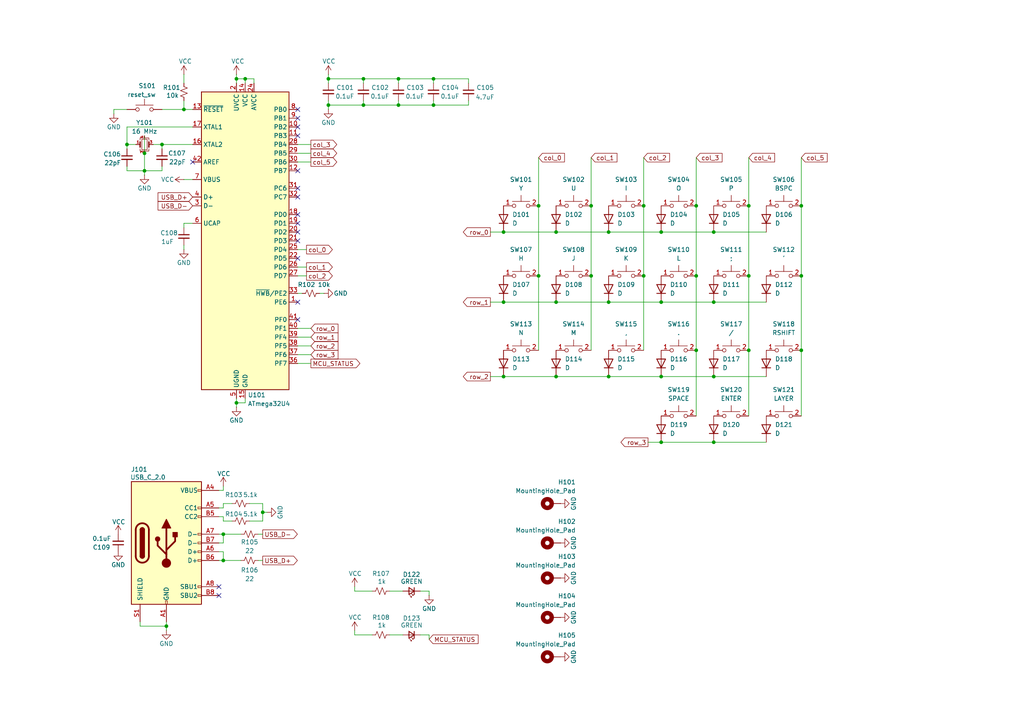
<source format=kicad_sch>
(kicad_sch (version 20231120) (generator "eeschema") (generator_version "8.0")
  (paper "A4")
  (lib_symbols
    (symbol "CherryMX:CherryMX" (pin_names (offset 0.254))
      (property "Reference" "SW" (at 2.54 3.175 0))
      (property "Value" "CherryMX" (at 0 -1.905 0))
      (symbol "CherryMX_1_1"
        (pin passive line (at -5.08 0 0) (length 2.54) (name "~") (number "1"))
        (pin passive line (at 5.08 0 180) (length 2.54) (name "~") (number "2"))
      )
    )
    (symbol "Connector:USB_C_Receptacle_USB2.0_16P" (pin_names (offset 1.016))
      (property "Reference" "J" (at 0 22.225 0))
      (property "Value" "USB_C_Receptacle_USB2.0_16P" (at 0 19.685 0))
      (symbol "USB_C_Receptacle_USB2.0_16P_1_1"
        (pin passive line (at 0 -22.86 90) (length 5.08) (name "GND") (number "A1"))
        (pin passive line (at 0 -22.86 90) (length 5.08) hide (name "GND") (number "A12"))
        (pin passive line (at 15.24 15.24 180) (length 5.08) (name "VBUS") (number "A4"))
        (pin bidirectional line (at 15.24 10.16 180) (length 5.08) (name "CC1") (number "A5"))
        (pin bidirectional line (at 15.24 -2.54 180) (length 5.08) (name "D+") (number "A6"))
        (pin bidirectional line (at 15.24 2.54 180) (length 5.08) (name "D-") (number "A7"))
        (pin bidirectional line (at 15.24 -12.7 180) (length 5.08) (name "SBU1") (number "A8"))
        (pin passive line (at 15.24 15.24 180) (length 5.08) hide (name "VBUS") (number "A9"))
        (pin passive line (at 0 -22.86 90) (length 5.08) hide (name "GND") (number "B1"))
        (pin passive line (at 0 -22.86 90) (length 5.08) hide (name "GND") (number "B12"))
        (pin passive line (at 15.24 15.24 180) (length 5.08) hide (name "VBUS") (number "B4"))
        (pin bidirectional line (at 15.24 7.62 180) (length 5.08) (name "CC2") (number "B5"))
        (pin bidirectional line (at 15.24 -5.08 180) (length 5.08) (name "D+") (number "B6"))
        (pin bidirectional line (at 15.24 0 180) (length 5.08) (name "D-") (number "B7"))
        (pin bidirectional line (at 15.24 -15.24 180) (length 5.08) (name "SBU2") (number "B8"))
        (pin passive line (at 15.24 15.24 180) (length 5.08) hide (name "VBUS") (number "B9"))
        (pin passive line (at -7.62 -22.86 90) (length 5.08) (name "SHIELD") (number "S1"))
      )
    )
    (symbol "Device:C_Small" (pin_numbers hide) (pin_names (offset 0.254) hide)
      (property "Reference" "C" (at 0.254 1.778 0))
      (property "Value" "C_Small" (at 0.254 -2.032 0))
      (symbol "C_Small_1_1"
        (pin passive line (at 0 2.54 270) (length 2.032) (name "~") (number "1"))
        (pin passive line (at 0 -2.54 90) (length 2.032) (name "~") (number "2"))
      )
    )
    (symbol "Device:Crystal_GND24_Small" (pin_names (offset 1.016) hide)
      (property "Reference" "Y" (at 1.27 4.445 0))
      (property "Value" "Crystal_GND24_Small" (at 1.27 2.54 0))
      (symbol "Crystal_GND24_Small_1_1"
        (pin passive line (at -2.54 0 0) (length 1.27) (name "1") (number "1"))
        (pin passive line (at 0 -2.54 90) (length 0.635) (name "2") (number "2"))
        (pin passive line (at 2.54 0 180) (length 1.27) (name "3") (number "3"))
        (pin passive line (at 0 2.54 270) (length 0.635) (name "4") (number "4"))
      )
    )
    (symbol "Device:D" (pin_numbers hide) (pin_names (offset 1.016) hide)
      (property "Reference" "D" (at 0 2.54 0))
      (property "Value" "D" (at 0 -2.54 0))
      (symbol "D_1_1"
        (pin passive line (at -3.81 0 0) (length 2.54) (name "K") (number "1"))
        (pin passive line (at 3.81 0 180) (length 2.54) (name "A") (number "2"))
      )
    )
    (symbol "Device:LED_Small" (pin_numbers hide) (pin_names (offset 0.254) hide)
      (property "Reference" "D" (at -1.27 3.175 0))
      (property "Value" "LED_Small" (at -4.445 -2.54 0))
      (symbol "LED_Small_1_1"
        (pin passive line (at -2.54 0 0) (length 1.778) (name "K") (number "1"))
        (pin passive line (at 2.54 0 180) (length 1.778) (name "A") (number "2"))
      )
    )
    (symbol "Device:R_Small_US" (pin_numbers hide) (pin_names (offset 0.254) hide)
      (property "Reference" "R" (at 0.762 0.508 0))
      (property "Value" "R_Small_US" (at 0.762 -1.016 0))
      (symbol "R_Small_US_1_1"
        (pin passive line (at 0 2.54 270) (length 1.016) (name "~") (number "1"))
        (pin passive line (at 0 -2.54 90) (length 1.016) (name "~") (number "2"))
      )
    )
    (symbol "MCU_Microchip_ATmega:ATmega32U4-A"
      (property "Reference" "U" (at -12.7 44.45 0))
      (property "Value" "ATmega32U4-A" (at 2.54 -44.45 0))
      (symbol "ATmega32U4-A_1_1"
        (pin bidirectional line (at 15.24 -17.78 180) (length 2.54) (name "PE6") (number "1"))
        (pin bidirectional line (at 15.24 33.02 180) (length 2.54) (name "PB2") (number "10"))
        (pin bidirectional line (at 15.24 30.48 180) (length 2.54) (name "PB3") (number "11"))
        (pin bidirectional line (at 15.24 20.32 180) (length 2.54) (name "PB7") (number "12"))
        (pin input line (at -15.24 38.1 0) (length 2.54) (name "~{RESET}") (number "13"))
        (pin power_in line (at 0 45.72 270) (length 2.54) (name "VCC") (number "14"))
        (pin power_in line (at 0 -45.72 90) (length 2.54) (name "GND") (number "15"))
        (pin output line (at -15.24 27.94 0) (length 2.54) (name "XTAL2") (number "16"))
        (pin input line (at -15.24 33.02 0) (length 2.54) (name "XTAL1") (number "17"))
        (pin bidirectional line (at 15.24 7.62 180) (length 2.54) (name "PD0") (number "18"))
        (pin bidirectional line (at 15.24 5.08 180) (length 2.54) (name "PD1") (number "19"))
        (pin power_in line (at -2.54 45.72 270) (length 2.54) (name "UVCC") (number "2"))
        (pin bidirectional line (at 15.24 2.54 180) (length 2.54) (name "PD2") (number "20"))
        (pin bidirectional line (at 15.24 0 180) (length 2.54) (name "PD3") (number "21"))
        (pin bidirectional line (at 15.24 -5.08 180) (length 2.54) (name "PD5") (number "22"))
        (pin passive line (at 0 -45.72 90) (length 2.54) hide (name "GND") (number "23"))
        (pin power_in line (at 2.54 45.72 270) (length 2.54) (name "AVCC") (number "24"))
        (pin bidirectional line (at 15.24 -2.54 180) (length 2.54) (name "PD4") (number "25"))
        (pin bidirectional line (at 15.24 -7.62 180) (length 2.54) (name "PD6") (number "26"))
        (pin bidirectional line (at 15.24 -10.16 180) (length 2.54) (name "PD7") (number "27"))
        (pin bidirectional line (at 15.24 27.94 180) (length 2.54) (name "PB4") (number "28"))
        (pin bidirectional line (at 15.24 25.4 180) (length 2.54) (name "PB5") (number "29"))
        (pin bidirectional line (at -15.24 10.16 0) (length 2.54) (name "D-") (number "3"))
        (pin bidirectional line (at 15.24 22.86 180) (length 2.54) (name "PB6") (number "30"))
        (pin bidirectional line (at 15.24 15.24 180) (length 2.54) (name "PC6") (number "31"))
        (pin bidirectional line (at 15.24 12.7 180) (length 2.54) (name "PC7") (number "32"))
        (pin bidirectional line (at 15.24 -15.24 180) (length 2.54) (name "~{HWB}/PE2") (number "33"))
        (pin passive line (at 0 45.72 270) (length 2.54) hide (name "VCC") (number "34"))
        (pin passive line (at 0 -45.72 90) (length 2.54) hide (name "GND") (number "35"))
        (pin bidirectional line (at 15.24 -35.56 180) (length 2.54) (name "PF7") (number "36"))
        (pin bidirectional line (at 15.24 -33.02 180) (length 2.54) (name "PF6") (number "37"))
        (pin bidirectional line (at 15.24 -30.48 180) (length 2.54) (name "PF5") (number "38"))
        (pin bidirectional line (at 15.24 -27.94 180) (length 2.54) (name "PF4") (number "39"))
        (pin bidirectional line (at -15.24 12.7 0) (length 2.54) (name "D+") (number "4"))
        (pin bidirectional line (at 15.24 -25.4 180) (length 2.54) (name "PF1") (number "40"))
        (pin bidirectional line (at 15.24 -22.86 180) (length 2.54) (name "PF0") (number "41"))
        (pin passive line (at -15.24 22.86 0) (length 2.54) (name "AREF") (number "42"))
        (pin passive line (at 0 -45.72 90) (length 2.54) hide (name "GND") (number "43"))
        (pin passive line (at 2.54 45.72 270) (length 2.54) hide (name "AVCC") (number "44"))
        (pin passive line (at -2.54 -45.72 90) (length 2.54) (name "UGND") (number "5"))
        (pin passive line (at -15.24 5.08 0) (length 2.54) (name "UCAP") (number "6"))
        (pin input line (at -15.24 17.78 0) (length 2.54) (name "VBUS") (number "7"))
        (pin bidirectional line (at 15.24 38.1 180) (length 2.54) (name "PB0") (number "8"))
        (pin bidirectional line (at 15.24 35.56 180) (length 2.54) (name "PB1") (number "9"))
      )
    )
    (symbol "Mechanical:MountingHole_Pad" (pin_numbers hide) (pin_names (offset 1.016) hide)
      (property "Reference" "H" (at 0 6.35 0))
      (property "Value" "MountingHole_Pad" (at 0 4.445 0))
      (symbol "MountingHole_Pad_1_1"
        (pin input line (at 0 -2.54 90) (length 2.54) (name "1") (number "1"))
      )
    )
    (symbol "Switch:SW_Push" (pin_numbers hide) (pin_names (offset 1.016) hide)
      (property "Reference" "SW" (at 1.27 2.54 0))
      (property "Value" "SW_Push" (at 0 -1.524 0))
      (symbol "SW_Push_0_1"
        (pin passive line (at -5.08 0 0) (length 2.54) (name "1") (number "1"))
        (pin passive line (at 5.08 0 180) (length 2.54) (name "2") (number "2"))
      )
    )
    (symbol "power:GND" (power) (pin_numbers hide) (pin_names (offset 0) hide)
      (property "Value" "GND" (at 0 -3.81 0))
      (symbol "GND_1_1"
        (pin power_in line (at 0 0 270) (length 0) (name "~") (number "1"))
      )
    )
    (symbol "power:VCC" (power) (pin_numbers hide) (pin_names (offset 0) hide)
      (property "Value" "VCC" (at 0 3.556 0))
      (symbol "VCC_1_1"
        (pin power_in line (at 0 0 90) (length 0) (name "~") (number "1"))
      )
    )
  )
  (junction (at 207.01 128.27))
  (junction (at 191.77 109.22))
  (junction (at 68.58 116.84))
  (junction (at 125.73 30.48))
  (junction (at 68.58 22.86))
  (junction (at 207.01 109.22))
  (junction (at 186.69 80.01))
  (junction (at 201.93 101.6))
  (junction (at 95.25 30.48))
  (junction (at 105.41 30.48))
  (junction (at 161.29 87.63))
  (junction (at 217.17 80.01))
  (junction (at 156.21 80.01))
  (junction (at 64.77 154.94))
  (junction (at 232.41 80.01))
  (junction (at 176.53 87.63))
  (junction (at 146.05 87.63))
  (junction (at 201.93 59.69))
  (junction (at 64.77 162.56))
  (junction (at 115.57 22.86))
  (junction (at 41.91 44.45))
  (junction (at 71.12 22.86))
  (junction (at 207.01 87.63))
  (junction (at 105.41 22.86))
  (junction (at 95.25 22.86))
  (junction (at 46.99 41.91))
  (junction (at 176.53 67.31))
  (junction (at 171.45 59.69))
  (junction (at 115.57 30.48))
  (junction (at 207.01 67.31))
  (junction (at 36.83 41.91))
  (junction (at 146.05 67.31))
  (junction (at 217.17 101.6))
  (junction (at 161.29 109.22))
  (junction (at 156.21 59.69))
  (junction (at 186.69 59.69))
  (junction (at 201.93 80.01))
  (junction (at 176.53 109.22))
  (junction (at 171.45 80.01))
  (junction (at 53.34 31.75))
  (junction (at 76.2 148.59))
  (junction (at 232.41 101.6))
  (junction (at 41.91 49.53))
  (junction (at 161.29 67.31))
  (junction (at 146.05 109.22))
  (junction (at 125.73 22.86))
  (junction (at 48.26 181.61))
  (junction (at 191.77 128.27))
  (junction (at 191.77 87.63))
  (junction (at 232.41 59.69))
  (junction (at 191.77 67.31))
  (junction (at 217.17 59.69))
  (no_connect (at 86.36 57.15))
  (no_connect (at 86.36 87.63))
  (no_connect (at 86.36 92.71))
  (no_connect (at 86.36 62.23))
  (no_connect (at 86.36 39.37))
  (no_connect (at 86.36 67.31))
  (no_connect (at 63.5 170.18))
  (no_connect (at 86.36 36.83))
  (no_connect (at 55.88 46.99))
  (no_connect (at 86.36 69.85))
  (no_connect (at 86.36 54.61))
  (no_connect (at 86.36 74.93))
  (no_connect (at 86.36 64.77))
  (no_connect (at 86.36 34.29))
  (no_connect (at 86.36 31.75))
  (no_connect (at 63.5 172.72))
  (no_connect (at 86.36 49.53))
  (wire (pts (xy 73.66 22.86) (xy 73.66 24.13)))
  (wire (pts (xy 53.34 29.21) (xy 53.34 31.75)))
  (wire (pts (xy 135.89 30.48) (xy 135.89 29.21)))
  (wire (pts (xy 217.17 45.72) (xy 217.17 59.69)))
  (wire (pts (xy 124.46 171.45) (xy 124.46 172.72)))
  (wire (pts (xy 186.69 80.01) (xy 186.69 101.6)))
  (wire (pts (xy 171.45 45.72) (xy 171.45 59.69)))
  (wire (pts (xy 63.5 160.02) (xy 64.77 160.02)))
  (wire (pts (xy 161.29 67.31) (xy 176.53 67.31)))
  (wire (pts (xy 207.01 67.31) (xy 222.25 67.31)))
  (wire (pts (xy 125.73 22.86) (xy 135.89 22.86)))
  (wire (pts (xy 115.57 29.21) (xy 115.57 30.48)))
  (wire (pts (xy 105.41 22.86) (xy 105.41 24.13)))
  (wire (pts (xy 176.53 109.22) (xy 191.77 109.22)))
  (wire (pts (xy 95.25 21.59) (xy 95.25 22.86)))
  (wire (pts (xy 105.41 29.21) (xy 105.41 30.48)))
  (wire (pts (xy 125.73 29.21) (xy 125.73 30.48)))
  (wire (pts (xy 121.92 184.15) (xy 124.46 184.15)))
  (wire (pts (xy 191.77 67.31) (xy 207.01 67.31)))
  (wire (pts (xy 191.77 87.63) (xy 207.01 87.63)))
  (wire (pts (xy 44.45 41.91) (xy 46.99 41.91)))
  (wire (pts (xy 191.77 109.22) (xy 207.01 109.22)))
  (wire (pts (xy 76.2 148.59) (xy 77.47 148.59)))
  (wire (pts (xy 95.25 30.48) (xy 95.25 31.75)))
  (wire (pts (xy 156.21 45.72) (xy 156.21 59.69)))
  (wire (pts (xy 36.83 43.18) (xy 36.83 41.91)))
  (wire (pts (xy 53.34 31.75) (xy 55.88 31.75)))
  (wire (pts (xy 90.17 102.87) (xy 86.36 102.87)))
  (wire (pts (xy 232.41 45.72) (xy 232.41 59.69)))
  (wire (pts (xy 64.77 162.56) (xy 64.77 160.02)))
  (wire (pts (xy 74.93 154.94) (xy 76.2 154.94)))
  (wire (pts (xy 74.93 162.56) (xy 76.2 162.56)))
  (wire (pts (xy 63.5 142.24) (xy 64.77 142.24)))
  (wire (pts (xy 93.98 85.09) (xy 92.71 85.09)))
  (wire (pts (xy 41.91 49.53) (xy 46.99 49.53)))
  (wire (pts (xy 146.05 109.22) (xy 161.29 109.22)))
  (wire (pts (xy 36.83 36.83) (xy 36.83 41.91)))
  (wire (pts (xy 161.29 109.22) (xy 176.53 109.22)))
  (wire (pts (xy 36.83 48.26) (xy 36.83 49.53)))
  (wire (pts (xy 142.24 87.63) (xy 146.05 87.63)))
  (wire (pts (xy 71.12 22.86) (xy 73.66 22.86)))
  (wire (pts (xy 95.25 22.86) (xy 105.41 22.86)))
  (wire (pts (xy 40.64 181.61) (xy 48.26 181.61)))
  (wire (pts (xy 201.93 101.6) (xy 201.93 120.65)))
  (wire (pts (xy 36.83 41.91) (xy 39.37 41.91)))
  (wire (pts (xy 95.25 29.21) (xy 95.25 30.48)))
  (wire (pts (xy 53.34 71.12) (xy 53.34 72.39)))
  (wire (pts (xy 232.41 101.6) (xy 232.41 120.65)))
  (wire (pts (xy 115.57 22.86) (xy 125.73 22.86)))
  (wire (pts (xy 191.77 128.27) (xy 207.01 128.27)))
  (wire (pts (xy 64.77 142.24) (xy 64.77 140.97)))
  (wire (pts (xy 142.24 67.31) (xy 146.05 67.31)))
  (wire (pts (xy 63.5 154.94) (xy 64.77 154.94)))
  (wire (pts (xy 115.57 30.48) (xy 125.73 30.48)))
  (wire (pts (xy 161.29 87.63) (xy 176.53 87.63)))
  (wire (pts (xy 116.84 171.45) (xy 113.03 171.45)))
  (wire (pts (xy 71.12 22.86) (xy 71.12 24.13)))
  (wire (pts (xy 76.2 146.05) (xy 76.2 148.59)))
  (wire (pts (xy 46.99 48.26) (xy 46.99 49.53)))
  (wire (pts (xy 68.58 115.57) (xy 68.58 116.84)))
  (wire (pts (xy 217.17 101.6) (xy 217.17 120.65)))
  (wire (pts (xy 90.17 105.41) (xy 86.36 105.41)))
  (wire (pts (xy 232.41 80.01) (xy 232.41 101.6)))
  (wire (pts (xy 176.53 67.31) (xy 191.77 67.31)))
  (wire (pts (xy 90.17 97.79) (xy 86.36 97.79)))
  (wire (pts (xy 36.83 36.83) (xy 55.88 36.83)))
  (wire (pts (xy 64.77 154.94) (xy 69.85 154.94)))
  (wire (pts (xy 36.83 31.75) (xy 33.02 31.75)))
  (wire (pts (xy 125.73 22.86) (xy 125.73 24.13)))
  (wire (pts (xy 187.96 128.27) (xy 191.77 128.27)))
  (wire (pts (xy 53.34 21.59) (xy 53.34 24.13)))
  (wire (pts (xy 68.58 116.84) (xy 68.58 118.11)))
  (wire (pts (xy 116.84 184.15) (xy 113.03 184.15)))
  (wire (pts (xy 33.02 31.75) (xy 33.02 33.02)))
  (wire (pts (xy 156.21 59.69) (xy 156.21 80.01)))
  (wire (pts (xy 55.88 64.77) (xy 53.34 64.77)))
  (wire (pts (xy 46.99 41.91) (xy 46.99 43.18)))
  (wire (pts (xy 201.93 80.01) (xy 201.93 101.6)))
  (wire (pts (xy 146.05 67.31) (xy 161.29 67.31)))
  (wire (pts (xy 63.5 147.32) (xy 64.77 147.32)))
  (wire (pts (xy 171.45 80.01) (xy 171.45 101.6)))
  (wire (pts (xy 72.39 151.13) (xy 76.2 151.13)))
  (wire (pts (xy 90.17 95.25) (xy 86.36 95.25)))
  (wire (pts (xy 64.77 146.05) (xy 67.31 146.05)))
  (wire (pts (xy 36.83 49.53) (xy 41.91 49.53)))
  (wire (pts (xy 201.93 45.72) (xy 201.93 59.69)))
  (wire (pts (xy 121.92 171.45) (xy 124.46 171.45)))
  (wire (pts (xy 71.12 116.84) (xy 71.12 115.57)))
  (wire (pts (xy 41.91 39.37) (xy 41.91 44.45)))
  (wire (pts (xy 186.69 45.72) (xy 186.69 59.69)))
  (wire (pts (xy 63.5 157.48) (xy 64.77 157.48)))
  (wire (pts (xy 201.93 59.69) (xy 201.93 80.01)))
  (wire (pts (xy 64.77 151.13) (xy 67.31 151.13)))
  (wire (pts (xy 156.21 80.01) (xy 156.21 101.6)))
  (wire (pts (xy 115.57 22.86) (xy 115.57 24.13)))
  (wire (pts (xy 90.17 100.33) (xy 86.36 100.33)))
  (wire (pts (xy 102.87 184.15) (xy 102.87 182.88)))
  (wire (pts (xy 48.26 181.61) (xy 48.26 182.88)))
  (wire (pts (xy 40.64 180.34) (xy 40.64 181.61)))
  (wire (pts (xy 142.24 109.22) (xy 146.05 109.22)))
  (wire (pts (xy 171.45 59.69) (xy 171.45 80.01)))
  (wire (pts (xy 64.77 149.86) (xy 64.77 151.13)))
  (wire (pts (xy 76.2 146.05) (xy 72.39 146.05)))
  (wire (pts (xy 90.17 46.99) (xy 86.36 46.99)))
  (wire (pts (xy 207.01 128.27) (xy 222.25 128.27)))
  (wire (pts (xy 46.99 31.75) (xy 53.34 31.75)))
  (wire (pts (xy 217.17 59.69) (xy 217.17 80.01)))
  (wire (pts (xy 63.5 162.56) (xy 64.77 162.56)))
  (wire (pts (xy 53.34 64.77) (xy 53.34 66.04)))
  (wire (pts (xy 186.69 59.69) (xy 186.69 80.01)))
  (wire (pts (xy 125.73 30.48) (xy 135.89 30.48)))
  (wire (pts (xy 68.58 22.86) (xy 68.58 24.13)))
  (wire (pts (xy 90.17 44.45) (xy 86.36 44.45)))
  (wire (pts (xy 41.91 44.45) (xy 41.91 49.53)))
  (wire (pts (xy 87.63 85.09) (xy 86.36 85.09)))
  (wire (pts (xy 88.9 77.47) (xy 86.36 77.47)))
  (wire (pts (xy 88.9 72.39) (xy 86.36 72.39)))
  (wire (pts (xy 124.46 184.15) (xy 124.46 185.42)))
  (wire (pts (xy 88.9 80.01) (xy 86.36 80.01)))
  (wire (pts (xy 64.77 157.48) (xy 64.77 154.94)))
  (wire (pts (xy 76.2 148.59) (xy 76.2 151.13)))
  (wire (pts (xy 68.58 22.86) (xy 68.58 21.59)))
  (wire (pts (xy 102.87 184.15) (xy 107.95 184.15)))
  (wire (pts (xy 48.26 181.61) (xy 48.26 180.34)))
  (wire (pts (xy 146.05 87.63) (xy 161.29 87.63)))
  (wire (pts (xy 95.25 30.48) (xy 105.41 30.48)))
  (wire (pts (xy 207.01 87.63) (xy 222.25 87.63)))
  (wire (pts (xy 68.58 22.86) (xy 71.12 22.86)))
  (wire (pts (xy 207.01 109.22) (xy 222.25 109.22)))
  (wire (pts (xy 105.41 30.48) (xy 115.57 30.48)))
  (wire (pts (xy 68.58 116.84) (xy 71.12 116.84)))
  (wire (pts (xy 53.34 52.07) (xy 55.88 52.07)))
  (wire (pts (xy 41.91 49.53) (xy 41.91 50.8)))
  (wire (pts (xy 102.87 171.45) (xy 102.87 170.18)))
  (wire (pts (xy 46.99 41.91) (xy 55.88 41.91)))
  (wire (pts (xy 135.89 22.86) (xy 135.89 24.13)))
  (wire (pts (xy 102.87 171.45) (xy 107.95 171.45)))
  (wire (pts (xy 64.77 162.56) (xy 69.85 162.56)))
  (wire (pts (xy 90.17 41.91) (xy 86.36 41.91)))
  (wire (pts (xy 176.53 87.63) (xy 191.77 87.63)))
  (wire (pts (xy 217.17 80.01) (xy 217.17 101.6)))
  (wire (pts (xy 105.41 22.86) (xy 115.57 22.86)))
  (wire (pts (xy 63.5 149.86) (xy 64.77 149.86)))
  (wire (pts (xy 232.41 59.69) (xy 232.41 80.01)))
  (wire (pts (xy 95.25 24.13) (xy 95.25 22.86)))
  (wire (pts (xy 64.77 147.32) (xy 64.77 146.05)))
  (global_label "row_1" (shape input) (at 90.17 97.79 0) (property "Intersheetrefs" "${INTERSHEET_REFS}" (effects (hide yes))))
  (global_label "USB_D+" (shape output) (at 76.2 162.56 0) (property "Intersheetrefs" "${INTERSHEET_REFS}" (effects (hide yes))))
  (global_label "USB_D-" (shape output) (at 76.2 154.94 0) (property "Intersheetrefs" "${INTERSHEET_REFS}" (effects (hide yes))))
  (global_label "col_4" (shape output) (at 90.17 44.45 0) (property "Intersheetrefs" "${INTERSHEET_REFS}" (effects (hide yes))))
  (global_label "col_2" (shape input) (at 186.69 45.72 0) (property "Intersheetrefs" "${INTERSHEET_REFS}" (effects (hide yes))))
  (global_label "MCU_STATUS" (shape output) (at 90.17 105.41 0) (property "Intersheetrefs" "${INTERSHEET_REFS}" (effects (hide yes))))
  (global_label "row_3" (shape output) (at 187.96 128.27 180) (property "Intersheetrefs" "${INTERSHEET_REFS}" (effects (hide yes))))
  (global_label "USB_D-" (shape input) (at 55.88 59.69 180) (property "Intersheetrefs" "${INTERSHEET_REFS}" (effects (hide yes))))
  (global_label "col_3" (shape input) (at 201.93 45.72 0) (property "Intersheetrefs" "${INTERSHEET_REFS}" (effects (hide yes))))
  (global_label "row_0" (shape input) (at 90.17 95.25 0) (property "Intersheetrefs" "${INTERSHEET_REFS}" (effects (hide yes))))
  (global_label "row_2" (shape output) (at 142.24 109.22 180) (property "Intersheetrefs" "${INTERSHEET_REFS}" (effects (hide yes))))
  (global_label "col_4" (shape input) (at 217.17 45.72 0) (property "Intersheetrefs" "${INTERSHEET_REFS}" (effects (hide yes))))
  (global_label "col_2" (shape output) (at 88.9 80.01 0) (property "Intersheetrefs" "${INTERSHEET_REFS}" (effects (hide yes))))
  (global_label "col_1" (shape output) (at 88.9 77.47 0) (property "Intersheetrefs" "${INTERSHEET_REFS}" (effects (hide yes))))
  (global_label "col_0" (shape output) (at 88.9 72.39 0) (property "Intersheetrefs" "${INTERSHEET_REFS}" (effects (hide yes))))
  (global_label "col_3" (shape output) (at 90.17 41.91 0) (property "Intersheetrefs" "${INTERSHEET_REFS}" (effects (hide yes))))
  (global_label "row_1" (shape output) (at 142.24 87.63 180) (property "Intersheetrefs" "${INTERSHEET_REFS}" (effects (hide yes))))
  (global_label "col_5" (shape input) (at 232.41 45.72 0) (property "Intersheetrefs" "${INTERSHEET_REFS}" (effects (hide yes))))
  (global_label "USB_D+" (shape input) (at 55.88 57.15 180) (property "Intersheetrefs" "${INTERSHEET_REFS}" (effects (hide yes))))
  (global_label "MCU_STATUS" (shape input) (at 124.46 185.42 0) (property "Intersheetrefs" "${INTERSHEET_REFS}" (effects (hide yes))))
  (global_label "row_3" (shape input) (at 90.17 102.87 0) (property "Intersheetrefs" "${INTERSHEET_REFS}" (effects (hide yes))))
  (global_label "row_2" (shape input) (at 90.17 100.33 0) (property "Intersheetrefs" "${INTERSHEET_REFS}" (effects (hide yes))))
  (global_label "col_5" (shape output) (at 90.17 46.99 0) (property "Intersheetrefs" "${INTERSHEET_REFS}" (effects (hide yes))))
  (global_label "col_1" (shape input) (at 171.45 45.72 0) (property "Intersheetrefs" "${INTERSHEET_REFS}" (effects (hide yes))))
  (global_label "col_0" (shape input) (at 156.21 45.72 0) (property "Intersheetrefs" "${INTERSHEET_REFS}" (effects (hide yes))))
  (global_label "row_0" (shape output) (at 142.24 67.31 180) (property "Intersheetrefs" "${INTERSHEET_REFS}" (effects (hide yes))))
  (symbol (lib_id "power:GND") (at 48.26 182.88 0) (unit 1)
    (property "Reference" "#PWR0121" (effects (hide yes)))
    (property "Value" "GND" (at 48.26 186.69 0))
    (property "Description" "Power symbol creates a global label with name \"GND\" , ground" (effects (hide yes)))
  )
  (symbol (lib_id "Device:LED_Small") (at 119.38 184.15 180) (unit 1)
    (property "Reference" "D123" (at 119.38 179.324 0))
    (property "Value" "GREEN" (at 119.38 181.356 0))
    (property "Footprint" "LED_SMD:LED_0603_1608Metric" (effects (hide yes)))
    (property "Description" "Light emitting diode, small symbol" (effects (hide yes)))
  )
  (symbol (lib_id "power:GND") (at 34.29 160.02 0) (unit 1)
    (property "Reference" "#PWR0116" (effects (hide yes)))
    (property "Value" "GND" (at 34.29 163.83 0))
    (property "Description" "Power symbol creates a global label with name \"GND\" , ground" (effects (hide yes)))
  )
  (symbol (lib_id "power:GND") (at 33.02 33.02 0) (unit 1)
    (property "Reference" "#PWR0105" (effects (hide yes)))
    (property "Value" "GND" (at 33.02 36.83 0))
    (property "Description" "Power symbol creates a global label with name \"GND\" , ground" (effects (hide yes)))
  )
  (symbol (lib_id "MCU_Microchip_ATmega:ATmega32U4-A") (at 71.12 69.85 0) (unit 1)
    (property "Reference" "U101" (at 71.882 114.554 0) (effects (justify left)))
    (property "Value" "ATmega32U4" (at 71.882 117.094 0) (effects (justify left)))
    (property "Footprint" "Package_QFP:TQFP-44_10x10mm_P0.8mm" (effects (hide yes)))
    (property "Datasheet" "http://ww1.microchip.com/downloads/en/DeviceDoc/Atmel-7766-8-bit-AVR-ATmega16U4-32U4_Datasheet.pdf" (effects (hide yes)))
    (property "Description" "16MHz, 32kB Flash, 2.5kB SRAM, 1kB EEPROM, USB 2.0, TQFP-44" (effects (hide yes)))
  )
  (symbol (lib_id "power:VCC") (at 34.29 154.94 0) (unit 1)
    (property "Reference" "#PWR0114" (effects (hide yes)))
    (property "Value" "VCC" (at 32.512 151.384 0) (effects (justify left)))
    (property "Description" "Power symbol creates a global label with name \"VCC\"" (effects (hide yes)))
  )
  (symbol (lib_id "Device:D") (at 222.25 124.46 90) (unit 1)
    (property "Reference" "D121" (at 224.79 123.1899 90) (effects (justify right)))
    (property "Value" "D" (at 224.79 125.7299 90) (effects (justify right)))
    (property "Footprint" "Diode_SMD:D_0603_1608Metric" (effects (hide yes)))
    (property "Description" "Diode" (effects (hide yes)))
    (property "Sim.Device" "D" (effects (hide yes)))
    (property "Sim.Pins" "1=K 2=A" (effects (hide yes)))
  )
  (symbol (lib_id "Device:D") (at 161.29 105.41 90) (unit 1)
    (property "Reference" "D114" (at 163.83 104.1399 90) (effects (justify right)))
    (property "Value" "D" (at 163.83 106.6799 90) (effects (justify right)))
    (property "Footprint" "Diode_SMD:D_0603_1608Metric" (effects (hide yes)))
    (property "Description" "Diode" (effects (hide yes)))
    (property "Sim.Device" "D" (effects (hide yes)))
    (property "Sim.Pins" "1=K 2=A" (effects (hide yes)))
  )
  (symbol (lib_id "CherryMX:CherryMX") (at 166.37 101.6 0) (unit 1)
    (property "Reference" "SW114" (at 166.37 93.98 0))
    (property "Value" "M" (at 166.37 96.52 0))
    (property "Footprint" "Button_Switch_Keyboard:SW_Cherry_MX_1.00u_PCB" (effects (hide yes)))
  )
  (symbol (lib_id "CherryMX:CherryMX") (at 196.85 59.69 0) (unit 1)
    (property "Reference" "SW104" (at 196.85 52.07 0))
    (property "Value" "O" (at 196.85 54.61 0))
    (property "Footprint" "Button_Switch_Keyboard:SW_Cherry_MX_1.00u_PCB" (effects (hide yes)))
  )
  (symbol (lib_id "Device:R_Small_US") (at 110.49 184.15 90) (unit 1)
    (property "Reference" "R108" (at 110.49 179.07 90))
    (property "Value" "1k" (at 110.744 181.356 90))
    (property "Footprint" "Resistor_SMD:R_0603_1608Metric" (effects (hide yes)))
    (property "Description" "Resistor, small US symbol" (effects (hide yes)))
  )
  (symbol (lib_id "CherryMX:CherryMX") (at 181.61 101.6 0) (unit 1)
    (property "Reference" "SW115" (at 181.61 93.98 0))
    (property "Value" "," (at 181.61 96.52 0))
    (property "Footprint" "Button_Switch_Keyboard:SW_Cherry_MX_1.00u_PCB" (effects (hide yes)))
  )
  (symbol (lib_id "power:VCC") (at 53.34 21.59 0) (unit 1)
    (property "Reference" "#PWR0101" (effects (hide yes)))
    (property "Value" "VCC" (at 51.816 17.78 0) (effects (justify left)))
    (property "Description" "Power symbol creates a global label with name \"VCC\"" (effects (hide yes)))
  )
  (symbol (lib_id "Device:C_Small") (at 36.83 45.72 0) (unit 1)
    (property "Reference" "C106" (at 29.972 44.704 0) (effects (justify left)))
    (property "Value" "22pF" (at 30.226 47.244 0) (effects (justify left)))
    (property "Footprint" "Capacitor_SMD:C_0603_1608Metric" (effects (hide yes)))
    (property "Description" "Unpolarized capacitor, small symbol" (effects (hide yes)))
  )
  (symbol (lib_id "Device:D") (at 146.05 63.5 90) (unit 1)
    (property "Reference" "D101" (at 148.59 62.2299 90) (effects (justify right)))
    (property "Value" "D" (at 148.59 64.7699 90) (effects (justify right)))
    (property "Footprint" "Diode_SMD:D_0603_1608Metric" (effects (hide yes)))
    (property "Description" "Diode" (effects (hide yes)))
    (property "Sim.Device" "D" (effects (hide yes)))
    (property "Sim.Pins" "1=K 2=A" (effects (hide yes)))
  )
  (symbol (lib_id "CherryMX:CherryMX") (at 181.61 80.01 0) (unit 1)
    (property "Reference" "SW109" (at 181.61 72.39 0))
    (property "Value" "K" (at 181.61 74.93 0))
    (property "Footprint" "Button_Switch_Keyboard:SW_Cherry_MX_1.00u_PCB" (effects (hide yes)))
  )
  (symbol (lib_id "Device:C_Small") (at 105.41 26.67 0) (unit 1)
    (property "Reference" "C102" (at 107.696 25.4 0) (effects (justify left)))
    (property "Value" "0.1uF" (at 107.442 27.94 0) (effects (justify left)))
    (property "Footprint" "Capacitor_SMD:C_0603_1608Metric" (effects (hide yes)))
    (property "Description" "Unpolarized capacitor, small symbol" (effects (hide yes)))
  )
  (symbol (lib_id "Device:R_Small_US") (at 72.39 154.94 90) (unit 1)
    (property "Reference" "R105" (at 72.39 157.226 90))
    (property "Value" "22" (at 72.39 159.766 90))
    (property "Footprint" "Resistor_SMD:R_0603_1608Metric" (effects (hide yes)))
    (property "Description" "Resistor, small US symbol" (effects (hide yes)))
  )
  (symbol (lib_id "power:GND") (at 124.46 172.72 0) (unit 1)
    (property "Reference" "#PWR0119" (effects (hide yes)))
    (property "Value" "GND" (at 124.46 176.53 0))
    (property "Description" "Power symbol creates a global label with name \"GND\" , ground" (effects (hide yes)))
  )
  (symbol (lib_id "Device:D") (at 207.01 124.46 90) (unit 1)
    (property "Reference" "D120" (at 209.55 123.1899 90) (effects (justify right)))
    (property "Value" "D" (at 209.55 125.7299 90) (effects (justify right)))
    (property "Footprint" "Diode_SMD:D_0603_1608Metric" (effects (hide yes)))
    (property "Description" "Diode" (effects (hide yes)))
    (property "Sim.Device" "D" (effects (hide yes)))
    (property "Sim.Pins" "1=K 2=A" (effects (hide yes)))
  )
  (symbol (lib_id "power:GND") (at 162.56 157.48 90) (unit 1)
    (property "Reference" "#PWR0115" (effects (hide yes)))
    (property "Value" "GND" (at 166.37 157.48 0))
    (property "Description" "Power symbol creates a global label with name \"GND\" , ground" (effects (hide yes)))
  )
  (symbol (lib_id "Device:D") (at 161.29 83.82 90) (unit 1)
    (property "Reference" "D108" (at 163.83 82.5499 90) (effects (justify right)))
    (property "Value" "D" (at 163.83 85.0899 90) (effects (justify right)))
    (property "Footprint" "Diode_SMD:D_0603_1608Metric" (effects (hide yes)))
    (property "Description" "Diode" (effects (hide yes)))
    (property "Sim.Device" "D" (effects (hide yes)))
    (property "Sim.Pins" "1=K 2=A" (effects (hide yes)))
  )
  (symbol (lib_id "Device:D") (at 191.77 63.5 90) (unit 1)
    (property "Reference" "D104" (at 194.31 62.2299 90) (effects (justify right)))
    (property "Value" "D" (at 194.31 64.7699 90) (effects (justify right)))
    (property "Footprint" "Diode_SMD:D_0603_1608Metric" (effects (hide yes)))
    (property "Description" "Diode" (effects (hide yes)))
    (property "Sim.Device" "D" (effects (hide yes)))
    (property "Sim.Pins" "1=K 2=A" (effects (hide yes)))
  )
  (symbol (lib_id "Device:R_Small_US") (at 53.34 26.67 0) (unit 1)
    (property "Reference" "R101" (at 49.784 25.4 0))
    (property "Value" "10k" (at 50.038 27.686 0))
    (property "Footprint" "Resistor_SMD:R_0603_1608Metric" (effects (hide yes)))
    (property "Description" "Resistor, small US symbol" (effects (hide yes)))
  )
  (symbol (lib_id "Device:D") (at 146.05 105.41 90) (unit 1)
    (property "Reference" "D113" (at 148.59 104.1399 90) (effects (justify right)))
    (property "Value" "D" (at 148.59 106.6799 90) (effects (justify right)))
    (property "Footprint" "Diode_SMD:D_0603_1608Metric" (effects (hide yes)))
    (property "Description" "Diode" (effects (hide yes)))
    (property "Sim.Device" "D" (effects (hide yes)))
    (property "Sim.Pins" "1=K 2=A" (effects (hide yes)))
  )
  (symbol (lib_id "Device:D") (at 161.29 63.5 90) (unit 1)
    (property "Reference" "D102" (at 163.83 62.2299 90) (effects (justify right)))
    (property "Value" "D" (at 163.83 64.7699 90) (effects (justify right)))
    (property "Footprint" "Diode_SMD:D_0603_1608Metric" (effects (hide yes)))
    (property "Description" "Diode" (effects (hide yes)))
    (property "Sim.Device" "D" (effects (hide yes)))
    (property "Sim.Pins" "1=K 2=A" (effects (hide yes)))
  )
  (symbol (lib_id "Switch:SW_Push") (at 41.91 31.75 0) (unit 1)
    (property "Reference" "S101" (at 45.212 24.892 0) (effects (justify right)))
    (property "Value" "reset_sw" (at 45.212 27.432 0) (effects (justify right)))
    (property "Footprint" "Button_Switch_SMD:SW_Push_1P1T_XKB_TS-1187A" (effects (hide yes)))
    (property "Description" "Push button switch, generic, two pins" (effects (hide yes)))
  )
  (symbol (lib_id "Device:C_Small") (at 46.99 45.72 0) (unit 1)
    (property "Reference" "C107" (at 48.768 44.45 0) (effects (justify left)))
    (property "Value" "22pF" (at 49.022 46.99 0) (effects (justify left)))
    (property "Footprint" "Capacitor_SMD:C_0603_1608Metric" (effects (hide yes)))
    (property "Description" "Unpolarized capacitor, small symbol" (effects (hide yes)))
  )
  (symbol (lib_id "Mechanical:MountingHole_Pad") (at 160.02 157.48 90) (unit 1)
    (property "Reference" "H102" (at 167.005 151.257 90) (effects (justify left)))
    (property "Value" "MountingHole_Pad" (at 167.005 153.797 90) (effects (justify left)))
    (property "Footprint" "MountingHole:MountingHole_2.2mm_M2_Pad_TopBottom" (effects (hide yes)))
    (property "Description" "Mounting Hole with connection" (effects (hide yes)))
  )
  (symbol (lib_id "Device:D") (at 176.53 105.41 90) (unit 1)
    (property "Reference" "D115" (at 179.07 104.1399 90) (effects (justify right)))
    (property "Value" "D" (at 179.07 106.6799 90) (effects (justify right)))
    (property "Footprint" "Diode_SMD:D_0603_1608Metric" (effects (hide yes)))
    (property "Description" "Diode" (effects (hide yes)))
    (property "Sim.Device" "D" (effects (hide yes)))
    (property "Sim.Pins" "1=K 2=A" (effects (hide yes)))
  )
  (symbol (lib_id "CherryMX:CherryMX") (at 212.09 80.01 0) (unit 1)
    (property "Reference" "SW111" (at 212.09 72.39 0))
    (property "Value" ";" (at 212.09 74.93 0))
    (property "Footprint" "Button_Switch_Keyboard:SW_Cherry_MX_1.00u_PCB" (effects (hide yes)))
  )
  (symbol (lib_id "Device:D") (at 222.25 63.5 90) (unit 1)
    (property "Reference" "D106" (at 224.79 62.2299 90) (effects (justify right)))
    (property "Value" "D" (at 224.79 64.7699 90) (effects (justify right)))
    (property "Footprint" "Diode_SMD:D_0603_1608Metric" (effects (hide yes)))
    (property "Description" "Diode" (effects (hide yes)))
    (property "Sim.Device" "D" (effects (hide yes)))
    (property "Sim.Pins" "1=K 2=A" (effects (hide yes)))
  )
  (symbol (lib_id "Device:D") (at 191.77 124.46 90) (unit 1)
    (property "Reference" "D119" (at 194.31 123.1899 90) (effects (justify right)))
    (property "Value" "D" (at 194.31 125.7299 90) (effects (justify right)))
    (property "Footprint" "Diode_SMD:D_0603_1608Metric" (effects (hide yes)))
    (property "Description" "Diode" (effects (hide yes)))
    (property "Sim.Device" "D" (effects (hide yes)))
    (property "Sim.Pins" "1=K 2=A" (effects (hide yes)))
  )
  (symbol (lib_id "Device:D") (at 207.01 63.5 90) (unit 1)
    (property "Reference" "D105" (at 209.55 62.2299 90) (effects (justify right)))
    (property "Value" "D" (at 209.55 64.7699 90) (effects (justify right)))
    (property "Footprint" "Diode_SMD:D_0603_1608Metric" (effects (hide yes)))
    (property "Description" "Diode" (effects (hide yes)))
    (property "Sim.Device" "D" (effects (hide yes)))
    (property "Sim.Pins" "1=K 2=A" (effects (hide yes)))
  )
  (symbol (lib_id "Device:D") (at 191.77 83.82 90) (unit 1)
    (property "Reference" "D110" (at 194.31 82.5499 90) (effects (justify right)))
    (property "Value" "D" (at 194.31 85.0899 90) (effects (justify right)))
    (property "Footprint" "Diode_SMD:D_0603_1608Metric" (effects (hide yes)))
    (property "Description" "Diode" (effects (hide yes)))
    (property "Sim.Device" "D" (effects (hide yes)))
    (property "Sim.Pins" "1=K 2=A" (effects (hide yes)))
  )
  (symbol (lib_id "CherryMX:CherryMX") (at 227.33 80.01 0) (unit 1)
    (property "Reference" "SW112" (at 227.33 72.39 0))
    (property "Value" "'" (at 227.33 74.93 0))
    (property "Footprint" "Button_Switch_Keyboard:SW_Cherry_MX_1.00u_PCB" (effects (hide yes)))
  )
  (symbol (lib_id "Device:D") (at 222.25 83.82 90) (unit 1)
    (property "Reference" "D112" (at 224.79 82.5499 90) (effects (justify right)))
    (property "Value" "D" (at 224.79 85.0899 90) (effects (justify right)))
    (property "Footprint" "Diode_SMD:D_0603_1608Metric" (effects (hide yes)))
    (property "Description" "Diode" (effects (hide yes)))
    (property "Sim.Device" "D" (effects (hide yes)))
    (property "Sim.Pins" "1=K 2=A" (effects (hide yes)))
  )
  (symbol (lib_id "power:GND") (at 162.56 167.64 90) (unit 1)
    (property "Reference" "#PWR0117" (effects (hide yes)))
    (property "Value" "GND" (at 166.37 167.64 0))
    (property "Description" "Power symbol creates a global label with name \"GND\" , ground" (effects (hide yes)))
  )
  (symbol (lib_id "CherryMX:CherryMX") (at 166.37 80.01 0) (unit 1)
    (property "Reference" "SW108" (at 166.37 72.39 0))
    (property "Value" "J" (at 166.37 74.93 0))
    (property "Footprint" "Button_Switch_Keyboard:SW_Cherry_MX_1.00u_PCB" (effects (hide yes)))
  )
  (symbol (lib_id "Device:D") (at 191.77 105.41 90) (unit 1)
    (property "Reference" "D116" (at 194.31 104.1399 90) (effects (justify right)))
    (property "Value" "D" (at 194.31 106.6799 90) (effects (justify right)))
    (property "Footprint" "Diode_SMD:D_0603_1608Metric" (effects (hide yes)))
    (property "Description" "Diode" (effects (hide yes)))
    (property "Sim.Device" "D" (effects (hide yes)))
    (property "Sim.Pins" "1=K 2=A" (effects (hide yes)))
  )
  (symbol (lib_id "Device:D") (at 207.01 105.41 90) (unit 1)
    (property "Reference" "D117" (at 209.55 104.1399 90) (effects (justify right)))
    (property "Value" "D" (at 209.55 106.6799 90) (effects (justify right)))
    (property "Footprint" "Diode_SMD:D_0603_1608Metric" (effects (hide yes)))
    (property "Description" "Diode" (effects (hide yes)))
    (property "Sim.Device" "D" (effects (hide yes)))
    (property "Sim.Pins" "1=K 2=A" (effects (hide yes)))
  )
  (symbol (lib_id "Device:R_Small_US") (at 72.39 162.56 90) (unit 1)
    (property "Reference" "R106" (at 72.39 165.354 90))
    (property "Value" "22" (at 72.39 167.894 90))
    (property "Footprint" "Resistor_SMD:R_0603_1608Metric" (effects (hide yes)))
    (property "Description" "Resistor, small US symbol" (effects (hide yes)))
  )
  (symbol (lib_id "Device:C_Small") (at 135.89 26.67 0) (unit 1)
    (property "Reference" "C105" (at 138.176 25.4 0) (effects (justify left)))
    (property "Value" "4.7uF" (at 137.922 28.194 0) (effects (justify left)))
    (property "Footprint" "Capacitor_SMD:C_0603_1608Metric" (effects (hide yes)))
    (property "Description" "Unpolarized capacitor, small symbol" (effects (hide yes)))
  )
  (symbol (lib_id "power:VCC") (at 53.34 52.07 90) (unit 1)
    (property "Reference" "#PWR0107" (effects (hide yes)))
    (property "Value" "VCC" (at 50.546 52.07 90) (effects (justify left)))
    (property "Description" "Power symbol creates a global label with name \"VCC\"" (effects (hide yes)))
  )
  (symbol (lib_id "power:VCC") (at 102.87 170.18 0) (unit 1)
    (property "Reference" "#PWR0118" (effects (hide yes)))
    (property "Value" "VCC" (at 101.092 166.37 0) (effects (justify left)))
    (property "Description" "Power symbol creates a global label with name \"VCC\"" (effects (hide yes)))
  )
  (symbol (lib_id "Device:C_Small") (at 95.25 26.67 0) (unit 1)
    (property "Reference" "C101" (at 97.536 25.4 0) (effects (justify left)))
    (property "Value" "0.1uF" (at 97.282 27.94 0) (effects (justify left)))
    (property "Footprint" "Capacitor_SMD:C_0603_1608Metric" (effects (hide yes)))
    (property "Description" "Unpolarized capacitor, small symbol" (effects (hide yes)))
  )
  (symbol (lib_id "Device:R_Small_US") (at 69.85 146.05 90) (unit 1)
    (property "Reference" "R103" (at 67.818 143.51 90))
    (property "Value" "5.1k" (at 72.644 143.51 90))
    (property "Footprint" "Resistor_SMD:R_0603_1608Metric" (effects (hide yes)))
    (property "Description" "Resistor, small US symbol" (effects (hide yes)))
  )
  (symbol (lib_id "CherryMX:CherryMX") (at 227.33 120.65 0) (unit 1)
    (property "Reference" "SW121" (at 227.33 113.03 0))
    (property "Value" "LAYER" (at 227.33 115.57 0))
    (property "Footprint" "Button_Switch_Keyboard:SW_Cherry_MX_1.00u_PCB" (effects (hide yes)))
  )
  (symbol (lib_id "Device:LED_Small") (at 119.38 171.45 180) (unit 1)
    (property "Reference" "D122" (at 119.38 166.624 0))
    (property "Value" "GREEN" (at 119.38 168.656 0))
    (property "Footprint" "LED_SMD:LED_0603_1608Metric" (effects (hide yes)))
    (property "Description" "Light emitting diode, small symbol" (effects (hide yes)))
  )
  (symbol (lib_id "power:VCC") (at 95.25 21.59 0) (unit 1)
    (property "Reference" "#PWR0103" (effects (hide yes)))
    (property "Value" "VCC" (at 93.472 17.78 0) (effects (justify left)))
    (property "Description" "Power symbol creates a global label with name \"VCC\"" (effects (hide yes)))
  )
  (symbol (lib_id "power:GND") (at 53.34 72.39 0) (unit 1)
    (property "Reference" "#PWR0108" (effects (hide yes)))
    (property "Value" "GND" (at 53.34 76.2 0))
    (property "Description" "Power symbol creates a global label with name \"GND\" , ground" (effects (hide yes)))
  )
  (symbol (lib_id "Device:R_Small_US") (at 90.17 85.09 90) (unit 1)
    (property "Reference" "R102" (at 88.9 82.55 90))
    (property "Value" "10k" (at 93.98 82.55 90))
    (property "Footprint" "Resistor_SMD:R_0603_1608Metric" (effects (hide yes)))
    (property "Description" "Resistor, small US symbol" (effects (hide yes)))
  )
  (symbol (lib_id "power:GND") (at 95.25 31.75 0) (unit 1)
    (property "Reference" "#PWR0104" (effects (hide yes)))
    (property "Value" "GND" (at 95.25 35.56 0))
    (property "Description" "Power symbol creates a global label with name \"GND\" , ground" (effects (hide yes)))
  )
  (symbol (lib_id "Device:C_Small") (at 53.34 68.58 0) (unit 1)
    (property "Reference" "C108" (at 46.482 67.564 0) (effects (justify left)))
    (property "Value" "1uF" (at 46.736 70.104 0) (effects (justify left)))
    (property "Footprint" "Capacitor_SMD:C_0603_1608Metric" (effects (hide yes)))
    (property "Description" "Unpolarized capacitor, small symbol" (effects (hide yes)))
  )
  (symbol (lib_id "CherryMX:CherryMX") (at 212.09 120.65 0) (unit 1)
    (property "Reference" "SW120" (at 212.09 113.03 0))
    (property "Value" "ENTER" (at 212.09 115.57 0))
    (property "Footprint" "Button_Switch_Keyboard:SW_Cherry_MX_1.00u_PCB" (effects (hide yes)))
  )
  (symbol (lib_id "CherryMX:CherryMX") (at 212.09 59.69 0) (unit 1)
    (property "Reference" "SW105" (at 212.09 52.07 0))
    (property "Value" "P" (at 212.09 54.61 0))
    (property "Footprint" "Button_Switch_Keyboard:SW_Cherry_MX_1.00u_PCB" (effects (hide yes)))
  )
  (symbol (lib_id "Device:D") (at 176.53 63.5 90) (unit 1)
    (property "Reference" "D103" (at 179.07 62.2299 90) (effects (justify right)))
    (property "Value" "D" (at 179.07 64.7699 90) (effects (justify right)))
    (property "Footprint" "Diode_SMD:D_0603_1608Metric" (effects (hide yes)))
    (property "Description" "Diode" (effects (hide yes)))
    (property "Sim.Device" "D" (effects (hide yes)))
    (property "Sim.Pins" "1=K 2=A" (effects (hide yes)))
  )
  (symbol (lib_id "power:GND") (at 68.58 118.11 0) (unit 1)
    (property "Reference" "#PWR0110" (effects (hide yes)))
    (property "Value" "GND" (at 68.58 121.92 0))
    (property "Description" "Power symbol creates a global label with name \"GND\" , ground" (effects (hide yes)))
  )
  (symbol (lib_id "Device:D") (at 146.05 83.82 90) (unit 1)
    (property "Reference" "D107" (at 148.59 82.5499 90) (effects (justify right)))
    (property "Value" "D" (at 148.59 85.0899 90) (effects (justify right)))
    (property "Footprint" "Diode_SMD:D_0603_1608Metric" (effects (hide yes)))
    (property "Description" "Diode" (effects (hide yes)))
    (property "Sim.Device" "D" (effects (hide yes)))
    (property "Sim.Pins" "1=K 2=A" (effects (hide yes)))
  )
  (symbol (lib_id "power:GND") (at 93.98 85.09 90) (unit 1)
    (property "Reference" "#PWR0109" (effects (hide yes)))
    (property "Value" "GND" (at 98.806 85.09 90))
    (property "Description" "Power symbol creates a global label with name \"GND\" , ground" (effects (hide yes)))
  )
  (symbol (lib_id "CherryMX:CherryMX") (at 196.85 80.01 0) (unit 1)
    (property "Reference" "SW110" (at 196.85 72.39 0))
    (property "Value" "L" (at 196.85 74.93 0))
    (property "Footprint" "Button_Switch_Keyboard:SW_Cherry_MX_1.00u_PCB" (effects (hide yes)))
  )
  (symbol (lib_id "Device:C_Small") (at 115.57 26.67 0) (unit 1)
    (property "Reference" "C103" (at 117.856 25.4 0) (effects (justify left)))
    (property "Value" "0.1uF" (at 117.602 27.94 0) (effects (justify left)))
    (property "Footprint" "Capacitor_SMD:C_0603_1608Metric" (effects (hide yes)))
    (property "Description" "Unpolarized capacitor, small symbol" (effects (hide yes)))
  )
  (symbol (lib_id "Device:Crystal_GND24_Small") (at 41.91 41.91 0) (unit 1)
    (property "Reference" "Y101" (at 41.91 35.56 0))
    (property "Value" "16 MHz" (at 41.91 38.1 0))
    (property "Footprint" "Crystal:Crystal_SMD_Abracon_ABM8G-4Pin_3.2x2.5mm" (effects (hide yes)))
    (property "Description" "Four pin crystal, GND on pins 2 and 4, small symbol" (effects (hide yes)))
  )
  (symbol (lib_id "Device:R_Small_US") (at 69.85 151.13 90) (unit 1)
    (property "Reference" "R104" (at 67.818 149.098 90))
    (property "Value" "5.1k" (at 72.644 149.098 90))
    (property "Footprint" "Resistor_SMD:R_0603_1608Metric" (effects (hide yes)))
    (property "Description" "Resistor, small US symbol" (effects (hide yes)))
  )
  (symbol (lib_id "power:GND") (at 41.91 50.8 0) (unit 1)
    (property "Reference" "#PWR0106" (effects (hide yes)))
    (property "Value" "GND" (at 41.91 54.61 0))
    (property "Description" "Power symbol creates a global label with name \"GND\" , ground" (effects (hide yes)))
  )
  (symbol (lib_id "power:GND") (at 162.56 179.07 90) (unit 1)
    (property "Reference" "#PWR0120" (effects (hide yes)))
    (property "Value" "GND" (at 166.37 179.07 0))
    (property "Description" "Power symbol creates a global label with name \"GND\" , ground" (effects (hide yes)))
  )
  (symbol (lib_id "Connector:USB_C_Receptacle_USB2.0_16P") (at 48.26 157.48 0) (unit 1)
    (property "Reference" "J101" (at 40.386 136.144 0))
    (property "Value" "USB_C_2.0" (at 42.926 138.43 0))
    (property "Footprint" "Connector_USB:USB_C_Receptacle_GCT_USB4105-xx-A_16P_TopMnt_Horizontal" (effects (hide yes)))
    (property "Datasheet" "https://www.usb.org/sites/default/files/documents/usb_type-c.zip" (effects (hide yes)))
    (property "Description" "USB 2.0-only 16P Type-C Receptacle connector" (effects (hide yes)))
  )
  (symbol (lib_id "Device:C_Small") (at 34.29 157.48 180) (unit 1)
    (property "Reference" "C109" (at 32.004 158.75 0) (effects (justify left)))
    (property "Value" "0.1uF" (at 32.258 156.21 0) (effects (justify left)))
    (property "Footprint" "Capacitor_SMD:C_0603_1608Metric" (effects (hide yes)))
    (property "Description" "Unpolarized capacitor, small symbol" (effects (hide yes)))
  )
  (symbol (lib_id "power:VCC") (at 64.77 140.97 0) (unit 1)
    (property "Reference" "#PWR0111" (effects (hide yes)))
    (property "Value" "VCC" (at 62.992 137.414 0) (effects (justify left)))
    (property "Description" "Power symbol creates a global label with name \"VCC\"" (effects (hide yes)))
  )
  (symbol (lib_id "Device:R_Small_US") (at 110.49 171.45 90) (unit 1)
    (property "Reference" "R107" (at 110.49 166.37 90))
    (property "Value" "1k" (at 110.744 168.656 90))
    (property "Footprint" "Resistor_SMD:R_0603_1608Metric" (effects (hide yes)))
    (property "Description" "Resistor, small US symbol" (effects (hide yes)))
  )
  (symbol (lib_id "CherryMX:CherryMX") (at 181.61 59.69 0) (unit 1)
    (property "Reference" "SW103" (at 181.61 52.07 0))
    (property "Value" "I" (at 181.61 54.61 0))
    (property "Footprint" "Button_Switch_Keyboard:SW_Cherry_MX_1.00u_PCB" (effects (hide yes)))
  )
  (symbol (lib_id "Mechanical:MountingHole_Pad") (at 160.02 179.07 90) (unit 1)
    (property "Reference" "H104" (at 167.005 172.847 90) (effects (justify left)))
    (property "Value" "MountingHole_Pad" (at 167.005 175.387 90) (effects (justify left)))
    (property "Footprint" "MountingHole:MountingHole_2.2mm_M2_Pad_TopBottom" (effects (hide yes)))
    (property "Description" "Mounting Hole with connection" (effects (hide yes)))
  )
  (symbol (lib_id "Device:D") (at 222.25 105.41 90) (unit 1)
    (property "Reference" "D118" (at 224.79 104.1399 90) (effects (justify right)))
    (property "Value" "D" (at 224.79 106.6799 90) (effects (justify right)))
    (property "Footprint" "Diode_SMD:D_0603_1608Metric" (effects (hide yes)))
    (property "Description" "Diode" (effects (hide yes)))
    (property "Sim.Device" "D" (effects (hide yes)))
    (property "Sim.Pins" "1=K 2=A" (effects (hide yes)))
  )
  (symbol (lib_id "CherryMX:CherryMX") (at 227.33 59.69 0) (unit 1)
    (property "Reference" "SW106" (at 227.33 52.07 0))
    (property "Value" "BSPC" (at 227.33 54.61 0))
    (property "Footprint" "Button_Switch_Keyboard:SW_Cherry_MX_1.00u_PCB" (effects (hide yes)))
  )
  (symbol (lib_id "CherryMX:CherryMX") (at 151.13 80.01 0) (unit 1)
    (property "Reference" "SW107" (at 151.13 72.39 0))
    (property "Value" "H" (at 151.13 74.93 0))
    (property "Footprint" "Button_Switch_Keyboard:SW_Cherry_MX_1.00u_PCB" (effects (hide yes)))
  )
  (symbol (lib_id "CherryMX:CherryMX") (at 196.85 101.6 0) (unit 1)
    (property "Reference" "SW116" (at 196.85 93.98 0))
    (property "Value" "." (at 196.85 96.52 0))
    (property "Footprint" "Button_Switch_Keyboard:SW_Cherry_MX_1.00u_PCB" (effects (hide yes)))
  )
  (symbol (lib_id "Device:D") (at 207.01 83.82 90) (unit 1)
    (property "Reference" "D111" (at 209.55 82.5499 90) (effects (justify right)))
    (property "Value" "D" (at 209.55 85.0899 90) (effects (justify right)))
    (property "Footprint" "Diode_SMD:D_0603_1608Metric" (effects (hide yes)))
    (property "Description" "Diode" (effects (hide yes)))
    (property "Sim.Device" "D" (effects (hide yes)))
    (property "Sim.Pins" "1=K 2=A" (effects (hide yes)))
  )
  (symbol (lib_id "Device:D") (at 176.53 83.82 90) (unit 1)
    (property "Reference" "D109" (at 179.07 82.5499 90) (effects (justify right)))
    (property "Value" "D" (at 179.07 85.0899 90) (effects (justify right)))
    (property "Footprint" "Diode_SMD:D_0603_1608Metric" (effects (hide yes)))
    (property "Description" "Diode" (effects (hide yes)))
    (property "Sim.Device" "D" (effects (hide yes)))
    (property "Sim.Pins" "1=K 2=A" (effects (hide yes)))
  )
  (symbol (lib_id "power:VCC") (at 102.87 182.88 0) (unit 1)
    (property "Reference" "#PWR0122" (effects (hide yes)))
    (property "Value" "VCC" (at 101.092 179.07 0) (effects (justify left)))
    (property "Description" "Power symbol creates a global label with name \"VCC\"" (effects (hide yes)))
  )
  (symbol (lib_id "CherryMX:CherryMX") (at 227.33 101.6 0) (unit 1)
    (property "Reference" "SW118" (at 227.33 93.98 0))
    (property "Value" "RSHIFT" (at 227.33 96.52 0))
    (property "Footprint" "Button_Switch_Keyboard:SW_Cherry_MX_1.00u_PCB" (effects (hide yes)))
  )
  (symbol (lib_id "Mechanical:MountingHole_Pad") (at 160.02 146.05 90) (unit 1)
    (property "Reference" "H101" (at 167.005 139.827 90) (effects (justify left)))
    (property "Value" "MountingHole_Pad" (at 167.005 142.367 90) (effects (justify left)))
    (property "Footprint" "MountingHole:MountingHole_2.2mm_M2_Pad_TopBottom" (effects (hide yes)))
    (property "Description" "Mounting Hole with connection" (effects (hide yes)))
  )
  (symbol (lib_id "CherryMX:CherryMX") (at 212.09 101.6 0) (unit 1)
    (property "Reference" "SW117" (at 212.09 93.98 0))
    (property "Value" "/" (at 212.09 96.52 0))
    (property "Footprint" "Button_Switch_Keyboard:SW_Cherry_MX_1.00u_PCB" (effects (hide yes)))
  )
  (symbol (lib_id "power:GND") (at 162.56 146.05 90) (unit 1)
    (property "Reference" "#PWR0112" (effects (hide yes)))
    (property "Value" "GND" (at 166.37 146.05 0))
    (property "Description" "Power symbol creates a global label with name \"GND\" , ground" (effects (hide yes)))
  )
  (symbol (lib_id "power:GND") (at 162.56 190.5 90) (unit 1)
    (property "Reference" "#PWR0123" (effects (hide yes)))
    (property "Value" "GND" (at 166.37 190.5 0))
    (property "Description" "Power symbol creates a global label with name \"GND\" , ground" (effects (hide yes)))
  )
  (symbol (lib_id "power:GND") (at 77.47 148.59 90) (unit 1)
    (property "Reference" "#PWR0113" (effects (hide yes)))
    (property "Value" "GND" (at 81.28 148.59 0))
    (property "Description" "Power symbol creates a global label with name \"GND\" , ground" (effects (hide yes)))
  )
  (symbol (lib_id "power:VCC") (at 68.58 21.59 0) (unit 1)
    (property "Reference" "#PWR0102" (effects (hide yes)))
    (property "Value" "VCC" (at 67.056 17.78 0) (effects (justify left)))
    (property "Description" "Power symbol creates a global label with name \"VCC\"" (effects (hide yes)))
  )
  (symbol (lib_id "CherryMX:CherryMX") (at 196.85 120.65 0) (unit 1)
    (property "Reference" "SW119" (at 196.85 113.03 0))
    (property "Value" "SPACE" (at 196.85 115.57 0))
    (property "Footprint" "Button_Switch_Keyboard:SW_Cherry_MX_1.75u_PCB" (effects (hide yes)))
  )
  (symbol (lib_id "Mechanical:MountingHole_Pad") (at 160.02 190.5 90) (unit 1)
    (property "Reference" "H105" (at 167.005 184.277 90) (effects (justify left)))
    (property "Value" "MountingHole_Pad" (at 167.005 186.817 90) (effects (justify left)))
    (property "Footprint" "MountingHole:MountingHole_2.2mm_M2_Pad_TopBottom" (effects (hide yes)))
    (property "Description" "Mounting Hole with connection" (effects (hide yes)))
  )
  (symbol (lib_id "CherryMX:CherryMX") (at 166.37 59.69 0) (unit 1)
    (property "Reference" "SW102" (at 166.37 52.07 0))
    (property "Value" "U" (at 166.37 54.61 0))
    (property "Footprint" "Button_Switch_Keyboard:SW_Cherry_MX_1.00u_PCB" (effects (hide yes)))
  )
  (symbol (lib_id "Device:C_Small") (at 125.73 26.67 0) (unit 1)
    (property "Reference" "C104" (at 128.016 25.4 0) (effects (justify left)))
    (property "Value" "0.1uF" (at 127.762 27.94 0) (effects (justify left)))
    (property "Footprint" "Capacitor_SMD:C_0603_1608Metric" (effects (hide yes)))
    (property "Description" "Unpolarized capacitor, small symbol" (effects (hide yes)))
  )
  (symbol (lib_id "Mechanical:MountingHole_Pad") (at 160.02 167.64 90) (unit 1)
    (property "Reference" "H103" (at 167.005 161.417 90) (effects (justify left)))
    (property "Value" "MountingHole_Pad" (at 167.005 163.957 90) (effects (justify left)))
    (property "Footprint" "MountingHole:MountingHole_2.2mm_M2_Pad_TopBottom" (effects (hide yes)))
    (property "Description" "Mounting Hole with connection" (effects (hide yes)))
  )
  (symbol (lib_id "CherryMX:CherryMX") (at 151.13 101.6 0) (unit 1)
    (property "Reference" "SW113" (at 151.13 93.98 0))
    (property "Value" "N" (at 151.13 96.52 0))
    (property "Footprint" "Button_Switch_Keyboard:SW_Cherry_MX_1.00u_PCB" (effects (hide yes)))
  )
  (symbol (lib_id "CherryMX:CherryMX") (at 151.13 59.69 0) (unit 1)
    (property "Reference" "SW101" (at 151.13 52.07 0))
    (property "Value" "Y" (at 151.13 54.61 0))
    (property "Footprint" "Button_Switch_Keyboard:SW_Cherry_MX_1.00u_PCB" (effects (hide yes)))
  )
)
</source>
